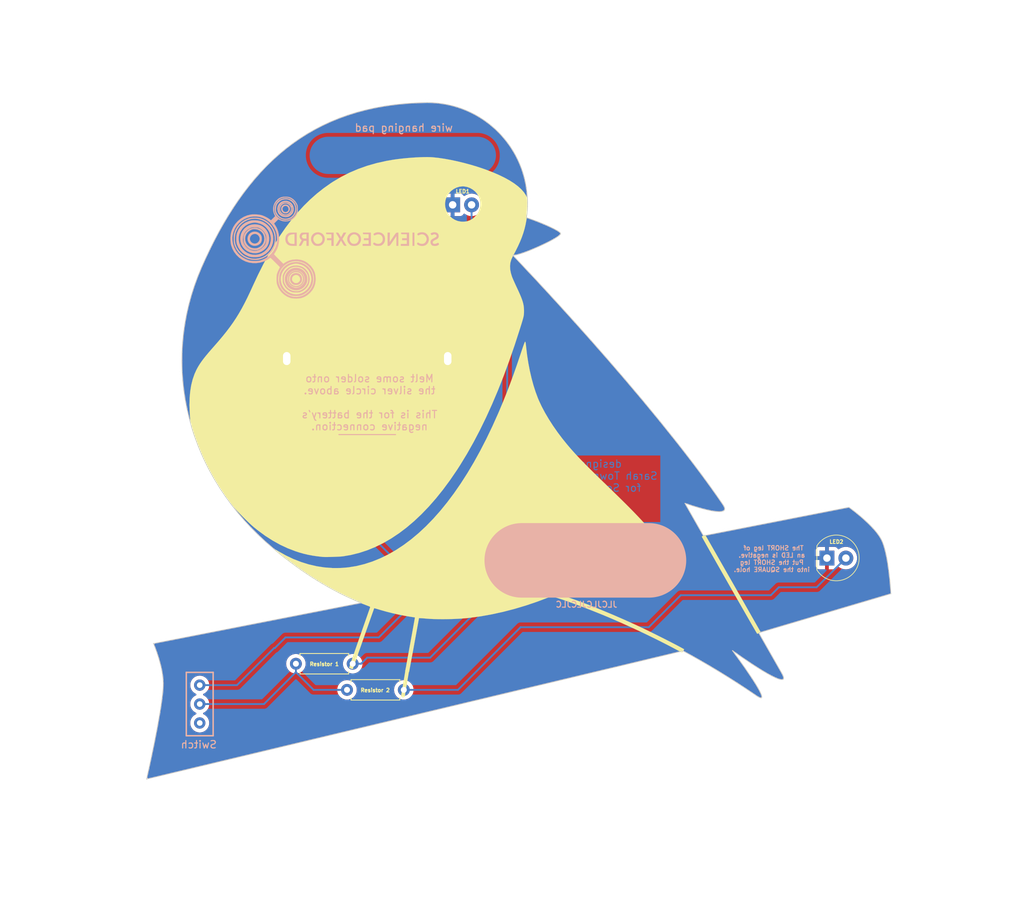
<source format=kicad_pcb>
(kicad_pcb (version 20240108) (generator "pcbnew") (generator_version "8.0")
  (title_block (title "Robin Decoration") (date "05/10/2023") (rev "v2") (company "Science Oxford") (comment 1 "Author: Sarah Townson"))
  (layers (0 "F.Cu" signal) (31 "B.Cu" signal) (34 "B.Paste" user) (35 "F.Paste" user) (36 "B.SilkS" user "B.Silkscreen") (37 "F.SilkS" user "F.Silkscreen") (38 "B.Mask" user) (39 "F.Mask" user) (44 "Edge.Cuts" user))
  (net 0 "")
  (net 1 "Net-(BAT1-Pad1)")
  (net 2 "GND")
  (net 3 "Net-(D1-Pad2)")
  (net 4 "Net-(D2-Pad2)")
  (net 5 "Net-(R1-Pad1)")
  (footprint "robin:LED_5mm_Radial--flipped" (layer "F.Cu") (at 148.3106 63.1444)
    (property "Reference" "LED1" (at -1.1938 -1.8034 0) (layer "F.SilkS") (effects (font (size 0.5 0.5) (thickness 0.125))))
    (property "Value" "LED")
    (pad "1" thru_hole rect (at -2.54 0) (size 2 2) (drill 1) (layers "*.Cu" "*.Mask") (net 2 "GND"))
    (pad "2" thru_hole circle (at 0 0) (size 2 2) (drill 1) (layers "*.Cu" "*.Mask") (net 3 "Net-(D1-Pad2)"))
  )
  (footprint "robin:LED_5mm_Radial--flipped" (layer "F.Cu") (at 198.5264 110.5408)
    (property "Reference" "LED2" (at -1.27 -2.1844 0) (layer "F.SilkS") (effects (font (size 0.5 0.5) (thickness 0.125))))
    (property "Value" "LED")
    (pad "1" thru_hole rect (at -2.54 0) (size 2 2) (drill 1) (layers "*.Cu" "*.Mask") (net 2 "GND"))
    (pad "2" thru_hole circle (at 0 0) (size 2 2) (drill 1) (layers "*.Cu" "*.Mask") (net 4 "Net-(D2-Pad2)"))
  )
  (footprint "Resistor_THT:R_Axial_DIN0207_L6.3mm_D2.5mm_P7.62mm_Horizontal" (layer "F.Cu") (at 124.7394 124.714)
    (property "Reference" "Resistor 1" (at 3.81 0.0508 0) (layer "F.SilkS") (effects (font (size 0.5 0.5) (thickness 0.125))))
    (property "Value" "R")
    (pad "1" thru_hole circle (at 0 0) (size 1.6 1.6) (drill 0.8) (layers "*.Cu" "*.Mask") (net 5 "Net-(R1-Pad1)"))
    (pad "2" thru_hole oval (at 7.62 0) (size 1.6 1.6) (drill 0.8) (layers "*.Cu" "*.Mask") (net 3 "Net-(D1-Pad2)"))
  )
  (footprint "Resistor_THT:R_Axial_DIN0207_L6.3mm_D2.5mm_P7.62mm_Horizontal" (layer "F.Cu") (at 131.5974 128.2192)
    (property "Reference" "Resistor 2" (at 3.7846 0.0508 0) (layer "F.SilkS") (effects (font (size 0.5 0.5) (thickness 0.125))))
    (property "Value" "R")
    (pad "1" thru_hole circle (at 0 0) (size 1.6 1.6) (drill 0.8) (layers "*.Cu" "*.Mask") (net 5 "Net-(R1-Pad1)"))
    (pad "2" thru_hole oval (at 7.62 0) (size 1.6 1.6) (drill 0.8) (layers "*.Cu" "*.Mask") (net 4 "Net-(D2-Pad2)"))
  )
  (footprint "LOGO" (layer "F.Cu") (at 154.4828 94.488)
    (property "Reference" "G***" (hide yes))
    (property "Value" "LOGO" (hide yes))
  )
  (footprint "LOGO" (layer "F.Cu") (at 154.4828 94.488)
    (property "Reference" "G***" (hide yes))
    (property "Value" "LOGO" (hide yes))
  )
  (footprint "LOGO" (layer "F.Cu") (at 154.4828 94.488)
    (property "Reference" "G***" (hide yes))
    (property "Value" "LOGO" (hide yes))
  )
  (footprint "battery_holder_edited:battery_holder2" (layer "B.Cu") (at 134.3102 83.7692 180)
    (property "Reference" "BAT1" (hide yes))
    (property "Value" "battery_holder")
    (pad "1" thru_hole oval (at -10.8 0 180) (size 2 3.5) (drill oval 1 1.75) (layers "*.Cu" "*.Mask") (net 1 "Net-(BAT1-Pad1)"))
    (pad "2" thru_hole oval (at 10.8 0 180) (size 2 3.5) (drill oval 1 1.75) (layers "*.Cu" "*.Mask") (net 1 "Net-(BAT1-Pad1)"))
    (pad "3" smd circle (at 0 1.27 180) (size 5 5) (layers "B.Cu" "B.Paste" "B.Mask") (net 2 "GND"))
  )
  (footprint "microbit_antweight:slide_switch" (layer "B.Cu") (at 111.8362 130.1242 -90)
    (property "Reference" "Switch" (at 5.4356 0.127 0) (layer "B.SilkS") (effects (justify mirror)))
    (property "Value" "EG1218")
    (pad "1" thru_hole circle (at -2.54 0 270) (size 1.524 1.524) (drill 0.762) (layers "*.Cu" "*.Mask") (net 1 "Net-(BAT1-Pad1)"))
    (pad "2" thru_hole circle (at 0 0 270) (size 1.524 1.524) (drill 0.762) (layers "*.Cu" "*.Mask") (net 5 "Net-(R1-Pad1)"))
    (pad "3" thru_hole circle (at 2.54 0 270) (size 1.524 1.524) (drill 0.762) (layers "*.Cu" "*.Mask"))
  )
  (footprint "robin:hanger-pad" (layer "B.Cu") (at 138.9888 56.2864)
    (property "Reference" "wire hanging pad" (at 0.2286 -3.4798 0) (layer "B.SilkS") (effects (justify mirror)))
    (property "Value" "hanger-pad")
    (pad "1" smd oval (at 0.09398 0.21844) (size 25 5) (layers "B.Cu" "B.Paste" "B.Mask"))
  )
  (footprint "microbit_antweight:so_logo" (layer "B.Cu") (at 129.9718 68.8594 180)
    (property "Reference" "G***" (hide yes))
    (property "Value" "LOGO" (hide yes))
  )
  (gr_line (start 172.1104 110.8456) (end 155.0416 110.8456) (stroke (width 10)) (layer "B.SilkS"))
  (gr_line (start 139.7 125.5014) (end 139.1158 128.9812) (stroke (width 0.5)) (layer "F.SilkS"))
  (gr_line (start 106.13805 133.2956) (end 106.50019 131.2464) (stroke (width 0.1)) (layer "Edge.Cuts"))
  (gr_line (start 204.0299 110.5603) (end 204.1366 111.1708) (stroke (width 0.1)) (layer "Edge.Cuts"))
  (gr_line (start 111.11342 74.0119) (end 111.57029 72.7626) (stroke (width 0.1)) (layer "Edge.Cuts"))
  (gr_line (start 128.358 113.9922) (end 127.6272 113.5502) (stroke (width 0.1)) (layer "Edge.Cuts"))
  (gr_line (start 190.1292 126.789) (end 190.0881 126.8183) (stroke (width 0.1)) (layer "Edge.Cuts"))
  (gr_line (start 179.4998 103.9751) (end 178.9491 103.8267) (stroke (width 0.1)) (layer "Edge.Cuts"))
  (gr_line (start 106.93536 127.799) (end 106.94383 127.3233) (stroke (width 0.1)) (layer "Edge.Cuts"))
  (gr_line (start 125.4393 112.1077) (end 124.7109 111.5883) (stroke (width 0.1)) (layer "Edge.Cuts"))
  (gr_line (start 159.3163 66.3327) (end 159.8112 66.605) (stroke (width 0.1)) (layer "Edge.Cuts"))
  (gr_line (start 153.9103 69.9081) (end 153.8332 69.8919) (stroke (width 0.1)) (layer "Edge.Cuts"))
  (gr_line (start 180.0546 104.1083) (end 179.4998 103.9751) (stroke (width 0.1)) (layer "Edge.Cuts"))
  (gr_line (start 132.7711 116.2321) (end 132.0313 115.9082) (stroke (width 0.1)) (layer "Edge.Cuts"))
  (gr_line (start 202.7781 107.2605) (end 203.0459 107.6395) (stroke (width 0.1)) (layer "Edge.Cuts"))
  (gr_line (start 116.0838 103.372) (end 115.2965 102.2918) (stroke (width 0.1)) (layer "Edge.Cuts"))
  (gr_line (start 147.5978 50.47719) (end 148.1935 50.74655) (stroke (width 0.1)) (layer "Edge.Cuts"))
  (gr_line (start 119.9939 58.7867) (end 120.805 57.9351) (stroke (width 0.1)) (layer "Edge.Cuts"))
  (gr_line (start 155.6645 64.8428) (end 156.4243 65.1082) (stroke (width 0.1)) (layer "Edge.Cuts"))
  (gr_line (start 204.5178 114.4524) (end 204.5778 115.3247) (stroke (width 0.1)) (layer "Edge.Cuts"))
  (gr_line (start 105.6235 121.9983) (end 105.6235 121.9983) (stroke (width 0.1)) (layer "Edge.Cuts"))
  (gr_line (start 130.5561 51.5128) (end 131.7138 51.09666) (stroke (width 0.1)) (layer "Edge.Cuts"))
  (gr_line (start 155.623 69.4482) (end 155.1211 69.6279) (stroke (width 0.1)) (layer "Edge.Cuts"))
  (gr_line (start 188.6019 126.3614) (end 187.9613 126.012) (stroke (width 0.1)) (layer "Edge.Cuts"))
  (gr_line (start 132.9081 50.72465) (end 134.1398 50.39754) (stroke (width 0.1)) (layer "Edge.Cuts"))
  (gr_line (start 133.513 116.5361) (end 132.7711 116.2321) (stroke (width 0.1)) (layer "Edge.Cuts"))
  (gr_line (start 109.55165 86.7234) (end 109.46679 85.4539) (stroke (width 0.1)) (layer "Edge.Cuts"))
  (gr_line (start 182.176 103.5895) (end 182.247 103.755) (stroke (width 0.1)) (layer "Edge.Cuts"))
  (gr_line (start 109.45544 82.9046) (end 109.52961 81.6275) (stroke (width 0.1)) (layer "Edge.Cuts"))
  (gr_line (start 154.6752 69.7692) (end 154.3012 69.8651) (stroke (width 0.1)) (layer "Edge.Cuts"))
  (gr_line (start 106.50019 131.2464) (end 106.65363 130.2722) (stroke (width 0.1)) (layer "Edge.Cuts"))
  (gr_line (start 189.9589 126.0293) (end 190.0888 126.2817) (stroke (width 0.1)) (layer "Edge.Cuts"))
  (gr_line (start 110.07548 77.8018) (end 110.36634 76.5328) (stroke (width 0.1)) (layer "Edge.Cuts"))
  (gr_line (start 148.1935 50.74655) (end 148.7734 51.04359) (stroke (width 0.1)) (layer "Edge.Cuts"))
  (gr_line (start 180.592 104.2159) (end 180.0546 104.1083) (stroke (width 0.1)) (layer "Edge.Cuts"))
  (gr_line (start 155.7282 64.3533) (end 155.6645 64.8428) (stroke (width 0.1)) (layer "Edge.Cuts"))
  (gr_line (start 112.08678 96.5875) (end 111.59252 95.395) (stroke (width 0.1)) (layer "Edge.Cuts"))
  (gr_line (start 105.351491 137.2208) (end 105.74003 135.3421) (stroke (width 0.1)) (layer "Edge.Cuts"))
  (gr_line (start 155.7743 63.8611) (end 155.7282 64.3533) (stroke (width 0.1)) (layer "Edge.Cuts"))
  (gr_line (start 153.5148 55.3504) (end 153.8646 55.8961) (stroke (width 0.1)) (layer "Edge.Cuts"))
  (gr_line (start 154.9956 58.2459) (end 155.207 58.8708) (stroke (width 0.1)) (layer "Edge.Cuts"))
  (gr_line (start 113.78346 67.9371) (end 114.38681 66.7975) (stroke (width 0.1)) (layer "Edge.Cuts"))
  (gr_line (start 183.3197 122.9557) (end 184.2056 124.1651) (stroke (width 0.1)) (layer "Edge.Cuts"))
  (gr_line (start 114.5572 101.1897) (end 113.86626 100.0669) (stroke (width 0.1)) (layer "Edge.Cuts"))
  (gr_line (start 176.9375 103.1849) (end 179.419 107.5387) (stroke (width 0.1)) (layer "Edge.Cuts"))
  (gr_line (start 203.0459 107.6395) (end 203.27 108.0145) (stroke (width 0.1)) (layer "Edge.Cuts"))
  (gr_line (start 202.4746 106.8815) (end 202.7781 107.2605) (stroke (width 0.1)) (layer "Edge.Cuts"))
  (gr_line (start 126.8972 113.0887) (end 126.168 112.6079) (stroke (width 0.1)) (layer "Edge.Cuts"))
  (gr_line (start 151.4055 52.91438) (end 151.8726 53.35974) (stroke (width 0.1)) (layer "Edge.Cuts"))
  (gr_line (start 117.716 61.5488) (end 118.4503 60.5943) (stroke (width 0.1)) (layer "Edge.Cuts"))
  (gr_line (start 131.7138 51.09666) (end 132.9081 50.72465) (stroke (width 0.1)) (layer "Edge.Cuts"))
  (gr_line (start 112.63071 97.7645) (end 112.08678 96.5875) (stroke (width 0.1)) (layer "Edge.Cuts"))
  (gr_line (start 154.3012 69.8651) (end 154.0153 69.9084) (stroke (width 0.1)) (layer "Edge.Cuts"))
  (gr_line (start 140.8891 49.46198) (end 142.363 49.42018) (stroke (width 0.1)) (layer "Edge.Cuts"))
  (gr_line (start 181.1259 102.0484) (end 182.0603 103.3985) (stroke (width 0.1)) (layer "Edge.Cuts"))
  (gr_line (start 154.1885 56.4593) (end 154.4855 57.0393) (stroke (width 0.1)) (layer "Edge.Cuts"))
  (gr_line (start 182.2656 104.0145) (end 182.2187 104.1112) (stroke (width 0.1)) (layer "Edge.Cuts"))
  (gr_line (start 138.0678 49.69317) (end 139.4576 49.55323) (stroke (width 0.1)) (layer "Edge.Cuts"))
  (gr_line (start 121.7973 109.3195) (end 121.7973 109.3195) (stroke (width 0.1)) (layer "Edge.Cuts"))
  (gr_line (start 160.1986 67.13) (end 160.0173 67.2967) (stroke (width 0.1)) (layer "Edge.Cuts"))
  (gr_line (start 131.2935 115.5644) (end 130.5574 115.2008) (stroke (width 0.1)) (layer "Edge.Cuts"))
  (gr_line (start 143.738 49.48962) (end 144.4111 49.57516) (stroke (width 0.1)) (layer "Edge.Cuts"))
  (gr_line (start 179.1219 99.2779) (end 180.1448 100.6733) (stroke (width 0.1)) (layer "Edge.Cuts"))
  (gr_line (start 160.2452 67.0616) (end 160.1986 67.13) (stroke (width 0.1)) (layer "Edge.Cuts"))
  (gr_line (start 204.3103 112.3893) (end 204.4356 113.5177) (stroke (width 0.1)) (layer "Edge.Cuts"))
  (gr_line (start 112.63248 70.3004) (end 113.19896 69.105) (stroke (width 0.1)) (layer "Edge.Cuts"))
  (gr_line (start 114.38681 66.7975) (end 115.0099 65.6868) (stroke (width 0.1)) (layer "Edge.Cuts"))
  (gr_line (start 186.848 120.5714) (end 189.9589 126.0293) (stroke (width 0.1)) (layer "Edge.Cuts"))
  (gr_line (start 154.4855 57.0393) (end 154.7548 57.6351) (stroke (width 0.1)) (layer "Edge.Cuts"))
  (gr_line (start 190.1633 126.484) (end 190.1857 126.6391) (stroke (width 0.1)) (layer "Edge.Cuts"))
  (gr_line (start 159.8112 66.605) (end 159.9982 66.7257) (stroke (width 0.1)) (layer "Edge.Cuts"))
  (gr_line (start 123.2545 110.492) (end 121.7973 109.3195) (stroke (width 0.1)) (layer "Edge.Cuts"))
  (gr_line (start 184.2056 124.1651) (end 185.0563 125.3653) (stroke (width 0.1)) (layer "Edge.Cuts"))
  (gr_line (start 106.58216 124.869) (end 106.33224 123.9646) (stroke (width 0.1)) (layer "Edge.Cuts"))
  (gr_line (start 136.7188 49.88104) (end 138.0678 49.69317) (stroke (width 0.1)) (layer "Edge.Cuts"))
  (gr_line (start 179.0531 124.3158) (end 177.8583 123.6403) (stroke (width 0.1)) (layer "Edge.Cuts"))
  (gr_line (start 109.68884 87.9879) (end 109.55165 86.7234) (stroke (width 0.1)) (layer "Edge.Cuts"))
  (gr_line (start 154.0153 69.9084) (end 153.9103 69.9081) (stroke (width 0.1)) (layer "Edge.Cuts"))
  (gr_line (start 203.4545 108.4128) (end 203.6221 108.8796) (stroke (width 0.1)) (layer "Edge.Cuts"))
  (gr_line (start 116.3185 63.5553) (end 117.0057 62.5361) (stroke (width 0.1)) (layer "Edge.Cuts"))
  (gr_line (start 155.3883 59.5091) (end 155.5384 60.1598) (stroke (width 0.1)) (layer "Edge.Cuts"))
  (gr_line (start 115.6535 64.6058) (end 116.3185 63.5553) (stroke (width 0.1)) (layer "Edge.Cuts"))
  (gr_line (start 142.363 49.42018) (end 142.363 49.42018) (stroke (width 0.1)) (layer "Edge.Cuts"))
  (gr_line (start 189.9746 126.8481) (end 189.8227 126.8415) (stroke (width 0.1)) (layer "Edge.Cuts"))
  (gr_line (start 155.8022 63.3667) (end 155.7743 63.8611) (stroke (width 0.1)) (layer "Edge.Cuts"))
  (gr_line (start 159.9982 66.7257) (end 160.1385 66.8338) (stroke (width 0.1)) (layer "Edge.Cuts"))
  (gr_line (start 110.71221 75.2691) (end 111.11342 74.0119) (stroke (width 0.1)) (layer "Edge.Cuts"))
  (gr_line (start 182.2187 104.1112) (end 182.1378 104.1874) (stroke (width 0.1)) (layer "Edge.Cuts"))
  (gr_line (start 134.1398 50.39754) (end 135.4097 50.11608) (stroke (width 0.1)) (layer "Edge.Cuts"))
  (gr_line (start 166.551 83.8508) (end 168.8663 86.533) (stroke (width 0.1)) (layer "Edge.Cuts"))
  (gr_line (start 109.43461 84.1805) (end 109.45544 82.9046) (stroke (width 0.1)) (layer "Edge.Cuts"))
  (gr_line (start 186.3609 127.3263) (end 186.7178 127.9189) (stroke (width 0.1)) (layer "Edge.Cuts"))
  (gr_line (start 164.3092 81.3001) (end 166.551 83.8508) (stroke (width 0.1)) (layer "Edge.Cuts"))
  (gr_line (start 126.168 112.6079) (end 125.4393 112.1077) (stroke (width 0.1)) (layer "Edge.Cuts"))
  (gr_line (start 150.4095 52.09232) (end 150.9175 52.49162) (stroke (width 0.1)) (layer "Edge.Cuts"))
  (gr_line (start 187.1851 129.2924) (end 187.0914 129.2983) (stroke (width 0.1)) (layer "Edge.Cuts"))
  (gr_line (start 125.2866 54.22909) (end 126.2741 53.60362) (stroke (width 0.1)) (layer "Edge.Cuts"))
  (gr_line (start 185.2665 128.1551) (end 183.9985 127.3247) (stroke (width 0.1)) (layer "Edge.Cuts"))
  (gr_line (start 186.7731 129.1641) (end 186.5432 129.0174) (stroke (width 0.1)) (layer "Edge.Cuts"))
  (gr_line (start 145.724 49.84364) (end 146.3622 50.02489) (stroke (width 0.1)) (layer "Edge.Cuts"))
  (gr_line (start 110.75437 92.9689) (end 110.41114 91.7378) (stroke (width 0.1)) (layer "Edge.Cuts"))
  (gr_line (start 204.1366 111.1708) (end 204.3103 112.3893) (stroke (width 0.1)) (layer "Edge.Cuts"))
  (gr_line (start 154.7548 57.6351) (end 154.9956 58.2459) (stroke (width 0.1)) (layer "Edge.Cuts"))
  (gr_line (start 187.0914 129.2983) (end 186.9549 129.2567) (stroke (width 0.1)) (layer "Edge.Cuts"))
  (gr_line (start 155.7942 62.1783) (end 155.8117 62.8705) (stroke (width 0.1)) (layer "Edge.Cuts"))
  (gr_line (start 182.1378 104.1874) (end 182.0257 104.2445) (stroke (width 0.1)) (layer "Edge.Cuts"))
  (gr_line (start 178.9491 103.8267) (end 177.9463 103.5245) (stroke (width 0.1)) (layer "Edge.Cuts"))
  (gr_line (start 175.8534 95.0135) (end 176.9712 96.4435) (stroke (width 0.1)) (layer "Edge.Cuts"))
  (gr_line (start 162.1812 78.9164) (end 164.3092 81.3001) (stroke (width 0.1)) (layer "Edge.Cuts"))
  (gr_line (start 159.3586 67.7238) (end 158.9131 67.9698) (stroke (width 0.1)) (layer "Edge.Cuts"))
  (gr_line (start 204.4356 113.5177) (end 204.5178 114.4524) (stroke (width 0.1)) (layer "Edge.Cuts"))
  (gr_line (start 106.86659 126.3387) (end 106.78979 125.8418) (stroke (width 0.1)) (layer "Edge.Cuts"))
  (gr_line (start 142.363 49.42018) (end 142.363 49.42018) (stroke (width 0.1)) (layer "Edge.Cuts"))
  (gr_line (start 160.2068 76.7353) (end 162.1812 78.9164) (stroke (width 0.1)) (layer "Edge.Cuts"))
  (gr_line (start 157.9763 65.7177) (end 158.6919 66.032) (stroke (width 0.1)) (layer "Edge.Cuts"))
  (gr_line (start 190.1595 126.7496) (end 190.1292 126.789) (stroke (width 0.1)) (layer "Edge.Cuts"))
  (gr_line (start 123.4053 55.598) (end 124.3306 54.8941) (stroke (width 0.1)) (layer "Edge.Cuts"))
  (gr_line (start 105.017798 138.7669) (end 105.351491 137.2208) (stroke (width 0.1)) (layer "Edge.Cuts"))
  (gr_line (start 105.6235 121.9983) (end 133.513 116.5361) (stroke (width 0.1)) (layer "Edge.Cuts"))
  (gr_line (start 123.9827 111.0497) (end 123.2545 110.492) (stroke (width 0.1)) (layer "Edge.Cuts"))
  (gr_line (start 177.9463 103.5245) (end 176.9375 103.1849) (stroke (width 0.1)) (layer "Edge.Cuts"))
  (gr_line (start 201.4305 105.7828) (end 201.7928 106.1387) (stroke (width 0.1)) (layer "Edge.Cuts"))
  (gr_line (start 182.7412 126.5258) (end 181.4966 125.7583) (stroke (width 0.1)) (layer "Edge.Cuts"))
  (gr_line (start 204.5778 115.3247) (end 186.848 120.5714) (stroke (width 0.1)) (layer "Edge.Cuts"))
  (gr_line (start 190.0888 126.2817) (end 190.1633 126.484) (stroke (width 0.1)) (layer "Edge.Cuts"))
  (gr_line (start 180.2666 125.0217) (end 179.0531 124.3158) (stroke (width 0.1)) (layer "Edge.Cuts"))
  (gr_line (start 143.0551 49.43768) (end 143.738 49.48962) (stroke (width 0.1)) (layer "Edge.Cuts"))
  (gr_line (start 129.4341 51.97233) (end 130.5561 51.5128) (stroke (width 0.1)) (layer "Edge.Cuts"))
  (gr_line (start 113.86626 100.0669) (end 113.22398 98.9247) (stroke (width 0.1)) (layer "Edge.Cuts"))
  (gr_line (start 201.7928 106.1387) (end 202.1435 106.5062) (stroke (width 0.1)) (layer "Edge.Cuts"))
  (gr_line (start 109.46679 85.4539) (end 109.43461 84.1805) (stroke (width 0.1)) (layer "Edge.Cuts"))
  (gr_line (start 160.2597 67.0042) (end 160.2452 67.0616) (stroke (width 0.1)) (layer "Edge.Cuts"))
  (gr_line (start 181.7185 104.3065) (end 181.5288 104.3139) (stroke (width 0.1)) (layer "Edge.Cuts"))
  (gr_line (start 203.27 108.0145) (end 203.4545 108.4128) (stroke (width 0.1)) (layer "Edge.Cuts"))
  (gr_line (start 182.247 103.755) (end 182.276 103.8962) (stroke (width 0.1)) (layer "Edge.Cuts"))
  (gr_line (start 109.52961 81.6275) (end 109.65745 80.3504) (stroke (width 0.1)) (layer "Edge.Cuts"))
  (gr_line (start 200.7033 105.1212) (end 201.4305 105.7828) (stroke (width 0.1)) (layer "Edge.Cuts"))
  (gr_line (start 132.0313 115.9082) (end 131.2935 115.5644) (stroke (width 0.1)) (layer "Edge.Cuts"))
  (gr_line (start 189.8227 126.8415) (end 189.6355 126.8015) (stroke (width 0.1)) (layer "Edge.Cuts"))
  (gr_line (start 154.6483 70.747) (end 156.8796 73.1229) (stroke (width 0.1)) (layer "Edge.Cuts"))
  (gr_line (start 124.7109 111.5883) (end 123.9827 111.0497) (stroke (width 0.1)) (layer "Edge.Cuts"))
  (gr_line (start 187.2551 129.1505) (end 187.2388 129.242) (stroke (width 0.1)) (layer "Edge.Cuts"))
  (gr_line (start 158.4116 68.228) (end 157.3043 68.7517) (stroke (width 0.1)) (layer "Edge.Cuts"))
  (gr_line (start 151.8726 53.35974) (end 152.3179 53.82686) (stroke (width 0.1)) (layer "Edge.Cuts"))
  (gr_line (start 189.4165 126.7307) (end 189.1689 126.6319) (stroke (width 0.1)) (layer "Edge.Cuts"))
  (gr_line (start 146.987 50.23636) (end 147.5978 50.47719) (stroke (width 0.1)) (layer "Edge.Cuts"))
  (gr_line (start 149.3366 51.36746) (end 149.8822 51.71732) (stroke (width 0.1)) (layer "Edge.Cuts"))
  (gr_line (start 203.6221 108.8796) (end 203.7734 109.4017) (stroke (width 0.1)) (layer "Edge.Cuts"))
  (gr_line (start 168.8663 86.533) (end 171.2152 89.3112) (stroke (width 0.1)) (layer "Edge.Cuts"))
  (gr_line (start 127.6272 113.5502) (end 126.8972 113.0887) (stroke (width 0.1)) (layer "Edge.Cuts"))
  (gr_line (start 105.84828 122.5544) (end 105.6235 121.9983) (stroke (width 0.1)) (layer "Edge.Cuts"))
  (gr_line (start 142.363 49.42018) (end 143.0551 49.43768) (stroke (width 0.1)) (layer "Edge.Cuts"))
  (gr_line (start 189.6355 126.8015) (end 189.4165 126.7307) (stroke (width 0.1)) (layer "Edge.Cuts"))
  (gr_line (start 121.6433 57.1193) (end 122.5098 56.34) (stroke (width 0.1)) (layer "Edge.Cuts"))
  (gr_line (start 120.7289 108.3982) (end 119.7065 107.4473) (stroke (width 0.1)) (layer "Edge.Cuts"))
  (gr_line (start 187.2739 125.6058) (end 186.5667 125.1647) (stroke (width 0.1)) (layer "Edge.Cuts"))
  (gr_line (start 182.276 103.8962) (end 182.2656 104.0145) (stroke (width 0.1)) (layer "Edge.Cuts"))
  (gr_line (start 119.2093 59.6734) (end 119.9939 58.7867) (stroke (width 0.1)) (layer "Edge.Cuts"))
  (gr_line (start 110.36634 76.5328) (end 110.71221 75.2691) (stroke (width 0.1)) (layer "Edge.Cuts"))
  (gr_line (start 126.2741 53.60362) (end 127.2939 53.0185) (stroke (width 0.1)) (layer "Edge.Cuts"))
  (gr_line (start 111.57029 72.7626) (end 112.08318 71.5224) (stroke (width 0.1)) (layer "Edge.Cuts"))
  (gr_line (start 202.1435 106.5062) (end 202.4746 106.8815) (stroke (width 0.1)) (layer "Edge.Cuts"))
  (gr_line (start 117.0057 62.5361) (end 117.716 61.5488) (stroke (width 0.1)) (layer "Edge.Cuts"))
  (gr_line (start 182.0257 104.2445) (end 181.885 104.2838) (stroke (width 0.1)) (layer "Edge.Cuts"))
  (gr_line (start 118.4503 60.5943) (end 119.2093 59.6734) (stroke (width 0.1)) (layer "Edge.Cuts"))
  (gr_line (start 185.8666 124.711) (end 184.595 123.8534) (stroke (width 0.1)) (layer "Edge.Cuts"))
  (gr_line (start 155.8117 62.8705) (end 155.8022 63.3667) (stroke (width 0.1)) (layer "Edge.Cuts"))
  (gr_line (start 176.6839 122.9948) (end 104.696406 140.2017) (stroke (width 0.1)) (layer "Edge.Cuts"))
  (gr_line (start 106.87688 128.5279) (end 106.93536 127.799) (stroke (width 0.1)) (layer "Edge.Cuts"))
  (gr_line (start 109.87805 89.246) (end 109.68884 87.9879) (stroke (width 0.1)) (layer "Edge.Cuts"))
  (gr_line (start 146.3622 50.02489) (end 146.987 50.23636) (stroke (width 0.1)) (layer "Edge.Cuts"))
  (gr_line (start 156.1648 69.2375) (end 155.623 69.4482) (stroke (width 0.1)) (layer "Edge.Cuts"))
  (gr_line (start 190.0881 126.8183) (end 189.9746 126.8481) (stroke (width 0.1)) (layer "Edge.Cuts"))
  (gr_line (start 187.9613 126.012) (end 187.2739 125.6058) (stroke (width 0.1)) (layer "Edge.Cuts"))
  (gr_line (start 149.8822 51.71732) (end 150.4095 52.09232) (stroke (width 0.1)) (layer "Edge.Cuts"))
  (gr_line (start 106.91942 126.8346) (end 106.86659 126.3387) (stroke (width 0.1)) (layer "Edge.Cuts"))
  (gr_line (start 110.41114 91.7378) (end 110.11892 90.4964) (stroke (width 0.1)) (layer "Edge.Cuts"))
  (gr_line (start 145.0733 49.69345) (end 145.724 49.84364) (stroke (width 0.1)) (layer "Edge.Cuts"))
  (gr_line (start 121.7973 109.3195) (end 120.7289 108.3982) (stroke (width 0.1)) (layer "Edge.Cuts"))
  (gr_line (start 187.2388 129.242) (end 187.1851 129.2924) (stroke (width 0.1)) (layer "Edge.Cuts"))
  (gr_line (start 129.8229 114.8176) (end 129.0898 114.4147) (stroke (width 0.1)) (layer "Edge.Cuts"))
  (gr_line (start 155.6567 60.8222) (end 155.7422 61.4953) (stroke (width 0.1)) (layer "Edge.Cuts"))
  (gr_line (start 181.5288 104.3139) (end 181.0906 104.2879) (stroke (width 0.1)) (layer "Edge.Cuts"))
  (gr_line (start 179.419 107.5387) (end 198.935 103.7148) (stroke (width 0.1)) (layer "Edge.Cuts"))
  (gr_line (start 183.9985 127.3247) (end 182.7412 126.5258) (stroke (width 0.1)) (layer "Edge.Cuts"))
  (gr_line (start 113.22398 98.9247) (end 112.63071 97.7645) (stroke (width 0.1)) (layer "Edge.Cuts"))
  (gr_line (start 178.0624 97.8665) (end 179.1219 99.2779) (stroke (width 0.1)) (layer "Edge.Cuts"))
  (gr_line (start 155.1211 69.6279) (end 154.6752 69.7692) (stroke (width 0.1)) (layer "Edge.Cuts"))
  (gr_line (start 160.0173 67.2967) (end 159.732 67.497) (stroke (width 0.1)) (layer "Edge.Cuts"))
  (gr_line (start 121.7973 109.3195) (end 121.7973 109.3195) (stroke (width 0.1)) (layer "Edge.Cuts"))
  (gr_line (start 203.9091 109.9663) (end 204.0299 110.5603) (stroke (width 0.1)) (layer "Edge.Cuts"))
  (gr_line (start 109.65745 80.3504) (end 109.83929 79.0748) (stroke (width 0.1)) (layer "Edge.Cuts"))
  (gr_line (start 184.595 123.8534) (end 183.3197 122.9557) (stroke (width 0.1)) (layer "Edge.Cuts"))
  (gr_line (start 115.2965 102.2918) (end 114.5572 101.1897) (stroke (width 0.1)) (layer "Edge.Cuts"))
  (gr_line (start 156.4243 65.1082) (end 157.2077 65.4048) (stroke (width 0.1)) (layer "Edge.Cuts"))
  (gr_line (start 157.2077 65.4048) (end 157.9763 65.7177) (stroke (width 0.1)) (layer "Edge.Cuts"))
  (gr_line (start 190.1857 126.6391) (end 190.1595 126.7496) (stroke (width 0.1)) (layer "Edge.Cuts"))
  (gr_line (start 135.4097 50.11608) (end 136.7188 49.88104) (stroke (width 0.1)) (layer "Edge.Cuts"))
  (gr_line (start 152.3179 53.82686) (end 152.7406 54.3149) (stroke (width 0.1)) (layer "Edge.Cuts"))
  (gr_line (start 186.7178 127.9189) (end 187.0001 128.4378) (stroke (width 0.1)) (layer "Edge.Cuts"))
  (gr_line (start 106.69349 125.3499) (end 106.58216 124.869) (stroke (width 0.1)) (layer "Edge.Cuts"))
  (gr_line (start 129.0898 114.4147) (end 128.358 113.9922) (stroke (width 0.1)) (layer "Edge.Cuts"))
  (gr_line (start 160.2272 66.9272) (end 160.2597 67.0042) (stroke (width 0.1)) (layer "Edge.Cuts"))
  (gr_line (start 106.65363 130.2722) (end 106.78108 129.3592) (stroke (width 0.1)) (layer "Edge.Cuts"))
  (gr_line (start 116.9188 104.4289) (end 116.0838 103.372) (stroke (width 0.1)) (layer "Edge.Cuts"))
  (gr_line (start 111.59252 95.395) (end 111.14828 94.1884) (stroke (width 0.1)) (layer "Edge.Cuts"))
  (gr_line (start 158.6919 66.032) (end 159.3163 66.3327) (stroke (width 0.1)) (layer "Edge.Cuts"))
  (gr_line (start 106.78979 125.8418) (end 106.69349 125.3499) (stroke (width 0.1)) (layer "Edge.Cuts"))
  (gr_line (start 187.1863 128.857) (end 187.2367 129.021) (stroke (width 0.1)) (layer "Edge.Cuts"))
  (gr_line (start 186.5432 129.0174) (end 185.2665 128.1551) (stroke (width 0.1)) (layer "Edge.Cuts"))
  (gr_line (start 186.9549 129.2567) (end 186.7731 129.1641) (stroke (width 0.1)) (layer "Edge.Cuts"))
  (gr_line (start 128.347 52.47448) (end 129.4341 51.97233) (stroke (width 0.1)) (layer "Edge.Cuts"))
  (gr_line (start 159.732 67.497) (end 159.3586 67.7238) (stroke (width 0.1)) (layer "Edge.Cuts"))
  (gr_line (start 113.19896 69.105) (end 113.78346 67.9371) (stroke (width 0.1)) (layer "Edge.Cuts"))
  (gr_line (start 186.5667 125.1647) (end 185.8666 124.711) (stroke (width 0.1)) (layer "Edge.Cuts"))
  (gr_line (start 157.3043 68.7517) (end 156.1648 69.2375) (stroke (width 0.1)) (layer "Edge.Cuts"))
  (gr_line (start 104.696406 140.2017) (end 105.017798 138.7669) (stroke (width 0.1)) (layer "Edge.Cuts"))
  (gr_line (start 203.7734 109.4017) (end 203.9091 109.9663) (stroke (width 0.1)) (layer "Edge.Cuts"))
  (gr_line (start 182.0603 103.3985) (end 182.176 103.5895) (stroke (width 0.1)) (layer "Edge.Cuts"))
  (gr_line (start 152.7406 54.3149) (end 153.1398 54.823) (stroke (width 0.1)) (layer "Edge.Cuts"))
  (gr_line (start 155.5384 60.1598) (end 155.6567 60.8222) (stroke (width 0.1)) (layer "Edge.Cuts"))
  (gr_line (start 189.1689 126.6319) (end 188.6019 126.3614) (stroke (width 0.1)) (layer "Edge.Cuts"))
  (gr_line (start 122.5098 56.34) (end 123.4053 55.598) (stroke (width 0.1)) (layer "Edge.Cuts"))
  (gr_line (start 124.3306 54.8941) (end 125.2866 54.22909) (stroke (width 0.1)) (layer "Edge.Cuts"))
  (gr_line (start 171.2152 89.3112) (end 173.5576 92.1499) (stroke (width 0.1)) (layer "Edge.Cuts"))
  (gr_line (start 118.7305 106.4679) (end 117.8012 105.4613) (stroke (width 0.1)) (layer "Edge.Cuts"))
  (gr_line (start 106.07571 123.1769) (end 105.84828 122.5544) (stroke (width 0.1)) (layer "Edge.Cuts"))
  (gr_line (start 181.0906 104.2879) (end 180.592 104.2159) (stroke (width 0.1)) (layer "Edge.Cuts"))
  (gr_line (start 106.78108 129.3592) (end 106.87688 128.5279) (stroke (width 0.1)) (layer "Edge.Cuts"))
  (gr_line (start 176.9712 96.4435) (end 178.0624 97.8665) (stroke (width 0.1)) (layer "Edge.Cuts"))
  (gr_line (start 115.0099 65.6868) (end 115.6535 64.6058) (stroke (width 0.1)) (layer "Edge.Cuts"))
  (gr_line (start 180.1448 100.6733) (end 181.1259 102.0484) (stroke (width 0.1)) (layer "Edge.Cuts"))
  (gr_line (start 105.74003 135.3421) (end 106.13805 133.2956) (stroke (width 0.1)) (layer "Edge.Cuts"))
  (gr_line (start 200.0259 104.5525) (end 200.7033 105.1212) (stroke (width 0.1)) (layer "Edge.Cuts"))
  (gr_line (start 111.14828 94.1884) (end 110.75437 92.9689) (stroke (width 0.1)) (layer "Edge.Cuts"))
  (gr_line (start 185.0563 125.3653) (end 185.9508 126.6858) (stroke (width 0.1)) (layer "Edge.Cuts"))
  (gr_line (start 156.8796 73.1229) (end 158.4263 74.7923) (stroke (width 0.1)) (layer "Edge.Cuts"))
  (gr_line (start 153.1398 54.823) (end 153.5148 55.3504) (stroke (width 0.1)) (layer "Edge.Cuts"))
  (gr_line (start 177.8583 123.6403) (end 176.6839 122.9948) (stroke (width 0.1)) (layer "Edge.Cuts"))
  (gr_line (start 173.5576 92.1499) (end 175.8534 95.0135) (stroke (width 0.1)) (layer "Edge.Cuts"))
  (gr_line (start 187.0001 128.4378) (end 187.1863 128.857) (stroke (width 0.1)) (layer "Edge.Cuts"))
  (gr_line (start 120.805 57.9351) (end 121.6433 57.1193) (stroke (width 0.1)) (layer "Edge.Cuts"))
  (gr_line (start 148.7734 51.04359) (end 149.3366 51.36746) (stroke (width 0.1)) (layer "Edge.Cuts"))
  (gr_line (start 155.7422 61.4953) (end 155.7942 62.1783) (stroke (width 0.1)) (layer "Edge.Cuts"))
  (gr_line (start 153.8332 69.8919) (end 154.6483 70.747) (stroke (width 0.1)) (layer "Edge.Cuts"))
  (gr_line (start 181.885 104.2838) (end 181.7185 104.3065) (stroke (width 0.1)) (layer "Edge.Cuts"))
  (gr_line (start 198.935 103.7148) (end 199.4627 104.1079) (stroke (width 0.1)) (layer "Edge.Cuts"))
  (gr_line (start 112.08318 71.5224) (end 112.63248 70.3004) (stroke (width 0.1)) (layer "Edge.Cuts"))
  (gr_line (start 117.8012 105.4613) (end 116.9188 104.4289) (stroke (width 0.1)) (layer "Edge.Cuts"))
  (gr_line (start 153.8646 55.8961) (end 154.1885 56.4593) (stroke (width 0.1)) (layer "Edge.Cuts"))
  (gr_line (start 109.83929 79.0748) (end 110.07548 77.8018) (stroke (width 0.1)) (layer "Edge.Cuts"))
  (gr_line (start 199.4627 104.1079) (end 200.0259 104.5525) (stroke (width 0.1)) (layer "Edge.Cuts"))
  (gr_line (start 160.1385 66.8338) (end 160.2272 66.9272) (stroke (width 0.1)) (layer "Edge.Cuts"))
  (gr_line (start 110.11892 90.4964) (end 109.87805 89.246) (stroke (width 0.1)) (layer "Edge.Cuts"))
  (gr_line (start 158.4263 74.7923) (end 160.2068 76.7353) (stroke (width 0.1)) (layer "Edge.Cuts"))
  (gr_line (start 119.7065 107.4473) (end 118.7305 106.4679) (stroke (width 0.1)) (layer "Edge.Cuts"))
  (gr_line (start 130.5574 115.2008) (end 129.8229 114.8176) (stroke (width 0.1)) (layer "Edge.Cuts"))
  (gr_line (start 155.207 58.8708) (end 155.3883 59.5091) (stroke (width 0.1)) (layer "Edge.Cuts"))
  (gr_line (start 185.9508 126.6858) (end 186.3609 127.3263) (stroke (width 0.1)) (layer "Edge.Cuts"))
  (gr_line (start 144.4111 49.57516) (end 145.0733 49.69345) (stroke (width 0.1)) (layer "Edge.Cuts"))
  (gr_line (start 181.4966 125.7583) (end 180.2666 125.0217) (stroke (width 0.1)) (layer "Edge.Cuts"))
  (gr_line (start 106.94383 127.3233) (end 106.91942 126.8346) (stroke (width 0.1)) (layer "Edge.Cuts"))
  (gr_line (start 158.9131 67.9698) (end 158.4116 68.228) (stroke (width 0.1)) (layer "Edge.Cuts"))
  (gr_line (start 187.2367 129.021) (end 187.2551 129.1505) (stroke (width 0.1)) (layer "Edge.Cuts"))
  (gr_line (start 127.2939 53.0185) (end 128.347 52.47448) (stroke (width 0.1)) (layer "Edge.Cuts"))
  (gr_line (start 139.4576 49.55323) (end 140.8891 49.46198) (stroke (width 0.1)) (layer "Edge.Cuts"))
  (gr_line (start 150.9175 52.49162) (end 151.4055 52.91438) (stroke (width 0.1)) (layer "Edge.Cuts"))
  (gr_line (start 106.33224 123.9646) (end 106.07571 123.1769) (stroke (width 0.1)) (layer "Edge.Cuts"))
  (gr_text "Battery: CR2032" (at 134.366 96.5708 0) (layer "B.Cu") (effects (font (size 1 1)) (justify mirror)))
  (gr_text "designed by\nSarah Townson @isioviel\nfor Science Oxford\n\nassembled by:" (at 163.9316 101.1174 0) (layer "B.Cu") (effects (font (size 1 1) (thickness 0.125)) (justify mirror)))
  (gr_text "The SHORT leg of \nan LED is negative.\nPut the SHORT leg\ninto the SQUARE hole." (at 188.595 110.6424 0) (layer "B.SilkS") (effects (font (size 0.6 0.6) (thickness 0.125)) (justify mirror)))
  (gr_text "Melt some solder onto\nthe silver circle above.\n\nThis is for the battery's\nnegative connection." (at 134.62 89.662 0) (layer "B.SilkS") (effects (font (size 1 1)) (justify mirror)))
  (gr_text "JLCJLCJLCJLC" (at 163.7284 116.7638 0) (layer "B.SilkS") (effects (font (size 0.8 0.8)) (justify mirror)))
  (segment (start 121.8184 122.6058) (end 121.92 122.6058) (width 0.25) (layer "B.Cu") (net 1))
  (segment (start 123.5102 85.7692) (end 124.3584 86.6174) (width 0.25) (layer "B.Cu") (net 1))
  (segment (start 139.2174 111.9378) (end 134.2644 106.9848) (width 0.25) (layer "B.Cu") (net 1))
  (segment (start 139.2174 117.8306) (end 139.2174 111.9378) (width 0.25) (layer "B.Cu") (net 1))
  (segment (start 145.1102 96.139) (end 134.2644 106.9848) (width 0.25) (layer "B.Cu") (net 1))
  (segment (start 121.92 122.6058) (end 123.3424 121.1834) (width 0.25) (layer "B.Cu") (net 1))
  (segment (start 123.5102 83.7692) (end 123.5102 85.7692) (width 0.25) (layer "B.Cu") (net 1))
  (segment (start 135.8646 121.1834) (end 139.2174 117.8306) (width 0.25) (layer "B.Cu") (net 1))
  (segment (start 111.8362 127.5842) (end 116.84 127.5842) (width 0.25) (layer "B.Cu") (net 1))
  (segment (start 124.3584 97.0788) (end 134.2644 106.9848) (width 0.25) (layer "B.Cu") (net 1))
  (segment (start 124.3584 86.6174) (end 124.3584 97.0788) (width 0.25) (layer "B.Cu") (net 1))
  (segment (start 116.84 127.5842) (end 121.8184 122.6058) (width 0.25) (layer "B.Cu") (net 1))
  (segment (start 145.1102 83.7692) (end 145.1102 96.139) (width 0.25) (layer "B.Cu") (net 1))
  (segment (start 123.3424 121.1834) (end 135.8646 121.1834) (width 0.25) (layer "B.Cu") (net 1))
  (segment (start 133.49077 124.714) (end 134.30357 123.9012) (width 0.25) (layer "B.Cu") (net 3))
  (segment (start 153.0858 75.6666) (end 148.3106 70.8914) (width 0.25) (layer "B.Cu") (net 3))
  (segment (start 134.30357 123.9012) (end 142.748 123.9012) (width 0.25) (layer "B.Cu") (net 3))
  (segment (start 153.0858 94.6404) (end 153.0858 75.6666) (width 0.25) (layer "B.Cu") (net 3))
  (segment (start 149.1742 117.475) (end 149.1742 98.552) (width 0.25) (layer "B.Cu") (net 3))
  (segment (start 142.748 123.9012) (end 149.1742 117.475) (width 0.25) (layer "B.Cu") (net 3))
  (segment (start 132.3594 124.714) (end 133.49077 124.714) (width 0.25) (layer "B.Cu") (net 3))
  (segment (start 148.3106 70.8914) (end 148.3106 63.1444) (width 0.25) (layer "B.Cu") (net 3))
  (segment (start 149.1742 98.552) (end 153.0858 94.6404) (width 0.25) (layer "B.Cu") (net 3))
  (segment (start 139.2174 128.2192) (end 146.4818 128.2192) (width 0.25) (layer "B.Cu") (net 4))
  (segment (start 176.3776 115.5192) (end 188.468 115.5192) (width 0.25) (layer "B.Cu") (net 4))
  (segment (start 154.8892 119.8118) (end 172.085 119.8118) (width 0.25) (layer "B.Cu") (net 4))
  (segment (start 172.085 119.8118) (end 176.3776 115.5192) (width 0.25) (layer "B.Cu") (net 4))
  (segment (start 188.468 115.5192) (end 189.5348 114.4524) (width 0.25) (layer "B.Cu") (net 4))
  (segment (start 146.4818 128.2192) (end 154.8892 119.8118) (width 0.25) (layer "B.Cu") (net 4))
  (segment (start 194.6148 114.4524) (end 198.5264 110.5408) (width 0.25) (layer "B.Cu") (net 4))
  (segment (start 189.5348 114.4524) (end 194.6148 114.4524) (width 0.25) (layer "B.Cu") (net 4))
  (segment (start 124.7394 125.84537) (end 127.11323 128.2192) (width 0.25) (layer "B.Cu") (net 5))
  (segment (start 130.46603 128.2192) (end 131.5974 128.2192) (width 0.25) (layer "B.Cu") (net 5))
  (segment (start 124.7394 124.714) (end 124.7394 125.84537) (width 0.25) (layer "B.Cu") (net 5))
  (segment (start 112.91383 130.1242) (end 111.8362 130.1242) (width 0.25) (layer "B.Cu") (net 5))
  (segment (start 124.7394 125.84537) (end 120.46057 130.1242) (width 0.25) (layer "B.Cu") (net 5))
  (segment (start 127.11323 128.2192) (end 130.46603 128.2192) (width 0.25) (layer "B.Cu") (net 5))
  (segment (start 120.46057 130.1242) (end 112.91383 130.1242) (width 0.25) (layer "B.Cu") (net 5))
  (zone (net 2) (net_name "GND") (layer "F.Cu") (connect_pads (clearance 0.508)) (min_thickness 0.254) (fill yes (thermal_gap 0.508) (thermal_bridge_width 0.508))
    (polygon (pts (xy 85.0392 39.37) (xy 176.2252 35.6616) (xy 222.4278 118.1862) (xy 148.59 157.7848) (xy 87.5284 155.7274) (xy 89.5858 37.3126)))
  )
  (zone (net 2) (net_name "GND") (layer "B.Cu") (connect_pads (clearance 0.508)) (min_thickness 0.254) (fill yes (thermal_gap 0.508) (thermal_bridge_width 0.508))
    (polygon (pts (xy 87.9094 41.275) (xy 174.0408 37.1856) (xy 220.98 118.5926) (xy 148.4122 156.4894) (xy 90.2716 154.7622) (xy 89.6366 39.5732)))
  )
)
</source>
